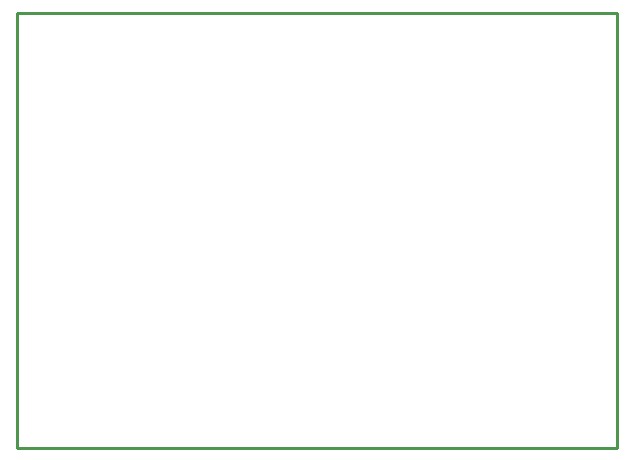
<source format=gbr>
G04 start of page 4 for group 2 idx 2 *
G04 Title: (unknown), outline *
G04 Creator: pcb 20140316 *
G04 CreationDate: Thu 20 Aug 2020 03:07:22 AM GMT UTC *
G04 For: railfan *
G04 Format: Gerber/RS-274X *
G04 PCB-Dimensions (mil): 2000.00 2000.00 *
G04 PCB-Coordinate-Origin: lower left *
%MOIN*%
%FSLAX25Y25*%
%LNOUTLINE*%
%ADD26C,0.0100*%
G54D26*X0Y145000D02*Y0D01*
X200000D01*
Y145000D01*
X0D01*
M02*

</source>
